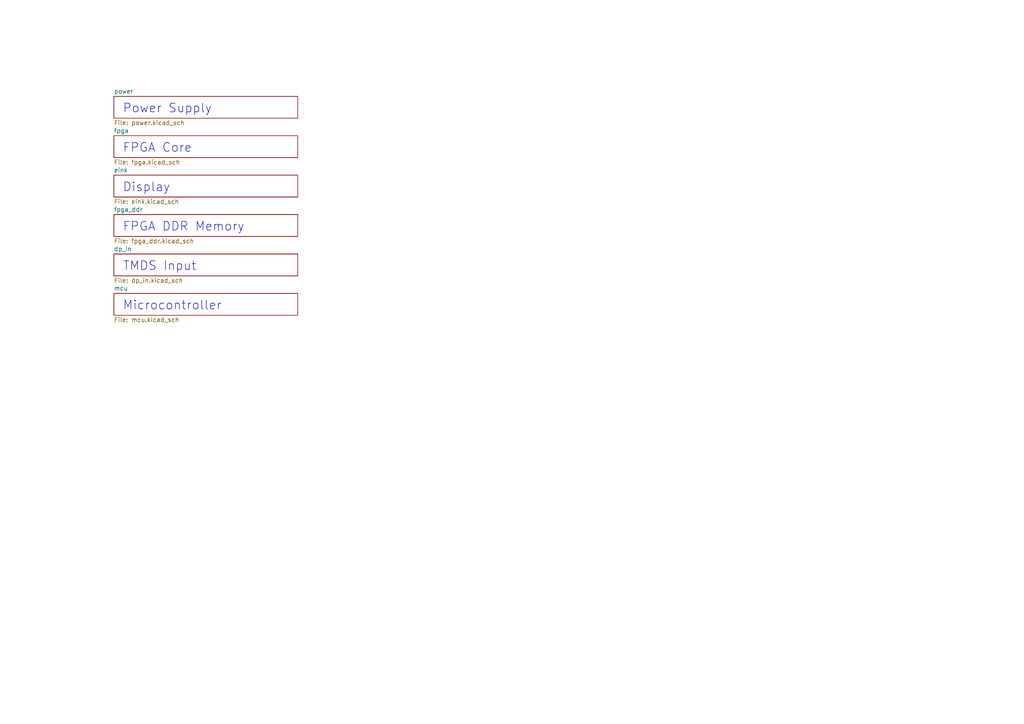
<source format=kicad_sch>
(kicad_sch (version 20230121) (generator eeschema)
  (paper "A4")
  (title_block (title "Glider Lite") (date "2023-12-24") (rev "R0.7") (company "Copyright 2023 Modos / Engineer: Wenting Zhang"))
  (lib_symbols)
  (text "FPGA DDR Memory" (at 35.56 67.31 0) (effects (font (size 2.54 2.54)) (justify left bottom)))
  (text "Power Supply" (at 35.56 33.02 0) (effects (font (size 2.54 2.54)) (justify left bottom)))
  (text "Microcontroller" (at 35.56 90.17 0) (effects (font (size 2.54 2.54)) (justify left bottom)))
  (text "Display" (at 35.56 55.88 0) (effects (font (size 2.54 2.54)) (justify left bottom)))
  (text "FPGA Core" (at 35.56 44.45 0) (effects (font (size 2.54 2.54)) (justify left bottom)))
  (text "TMDS Input" (at 35.56 78.74 0) (effects (font (size 2.54 2.54)) (justify left bottom)))
  (sheet (at 33.02 27.94) (size 53.34 6.35) (stroke (width 0.1524))
    (property "Sheetname" "power" (at 33.02 27.2284 0) (effects (justify left bottom)))
    (property "Sheetfile" "power.kicad_sch" (at 33.02 34.8746 0) (effects (justify left top)))
  )
  (sheet (at 33.02 39.37) (size 53.34 6.35) (stroke (width 0.1524))
    (property "Sheetname" "fpga" (at 33.02 38.6584 0) (effects (justify left bottom)))
    (property "Sheetfile" "fpga.kicad_sch" (at 33.02 46.3046 0) (effects (justify left top)))
  )
  (sheet (at 33.02 73.66) (size 53.34 6.35) (stroke (width 0.1524))
    (property "Sheetname" "dp_in" (at 33.02 72.9484 0) (effects (justify left bottom)))
    (property "Sheetfile" "dp_in.kicad_sch" (at 33.02 80.5946 0) (effects (justify left top)))
  )
  (sheet (at 33.02 62.23) (size 53.34 6.35) (stroke (width 0.1524))
    (property "Sheetname" "fpga_ddr" (at 33.02 61.5184 0) (effects (justify left bottom)))
    (property "Sheetfile" "fpga_ddr.kicad_sch" (at 33.02 69.1646 0) (effects (justify left top)))
  )
  (sheet (at 33.02 50.8) (size 53.34 6.35) (stroke (width 0.1524))
    (property "Sheetname" "eink" (at 33.02 50.0884 0) (effects (justify left bottom)))
    (property "Sheetfile" "eink.kicad_sch" (at 33.02 57.7346 0) (effects (justify left top)))
  )
  (sheet (at 33.02 85.09) (size 53.34 6.35) (stroke (width 0.1524))
    (property "Sheetname" "mcu" (at 33.02 84.3784 0) (effects (justify left bottom)))
    (property "Sheetfile" "mcu.kicad_sch" (at 33.02 92.0246 0) (effects (justify left top)))
  )
)
</source>
